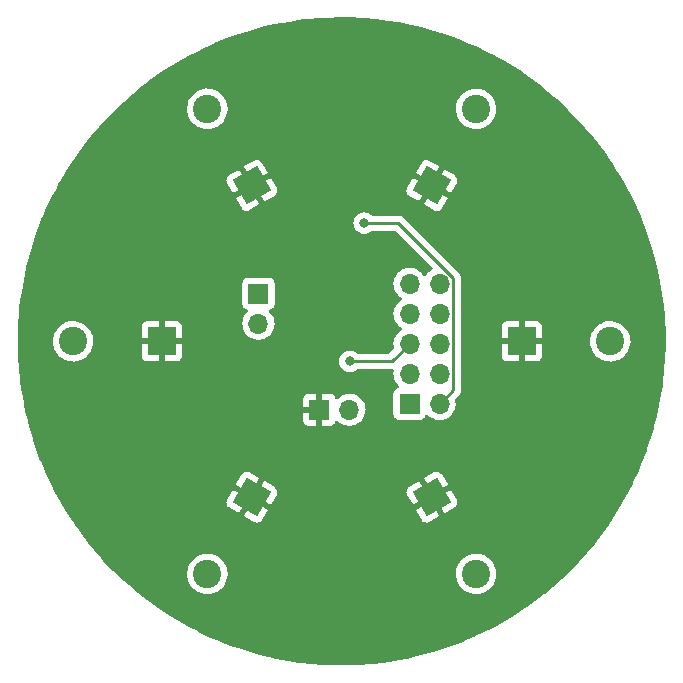
<source format=gbr>
%TF.GenerationSoftware,KiCad,Pcbnew,(6.0.1)*%
%TF.CreationDate,2022-01-26T23:07:26+10:00*%
%TF.ProjectId,blinker,626c696e-6b65-4722-9e6b-696361645f70,rev?*%
%TF.SameCoordinates,Original*%
%TF.FileFunction,Copper,L2,Bot*%
%TF.FilePolarity,Positive*%
%FSLAX46Y46*%
G04 Gerber Fmt 4.6, Leading zero omitted, Abs format (unit mm)*
G04 Created by KiCad (PCBNEW (6.0.1)) date 2022-01-26 23:07:26*
%MOMM*%
%LPD*%
G01*
G04 APERTURE LIST*
G04 Aperture macros list*
%AMRotRect*
0 Rectangle, with rotation*
0 The origin of the aperture is its center*
0 $1 length*
0 $2 width*
0 $3 Rotation angle, in degrees counterclockwise*
0 Add horizontal line*
21,1,$1,$2,0,0,$3*%
G04 Aperture macros list end*
%TA.AperFunction,ComponentPad*%
%ADD10RotRect,2.400000X2.400000X240.000000*%
%TD*%
%TA.AperFunction,ComponentPad*%
%ADD11C,2.400000*%
%TD*%
%TA.AperFunction,ComponentPad*%
%ADD12R,2.400000X2.400000*%
%TD*%
%TA.AperFunction,ComponentPad*%
%ADD13RotRect,2.400000X2.400000X60.000000*%
%TD*%
%TA.AperFunction,ComponentPad*%
%ADD14RotRect,2.400000X2.400000X300.000000*%
%TD*%
%TA.AperFunction,ComponentPad*%
%ADD15R,1.700000X1.700000*%
%TD*%
%TA.AperFunction,ComponentPad*%
%ADD16O,1.700000X1.700000*%
%TD*%
%TA.AperFunction,ComponentPad*%
%ADD17RotRect,2.400000X2.400000X120.000000*%
%TD*%
%TA.AperFunction,ViaPad*%
%ADD18C,0.800000*%
%TD*%
%TA.AperFunction,Conductor*%
%ADD19C,0.250000*%
%TD*%
G04 APERTURE END LIST*
D10*
%TO.P,C3,1*%
%TO.N,2.7VCC*%
X157480000Y-114798227D03*
D11*
%TO.P,C3,2*%
%TO.N,GND*%
X153730000Y-121293418D03*
%TD*%
%TO.P,C1,2*%
%TO.N,GND*%
X187840000Y-101600000D03*
D12*
%TO.P,C1,1*%
%TO.N,2.7VCC*%
X180340000Y-101600000D03*
%TD*%
D13*
%TO.P,C6,1*%
%TO.N,2.7VCC*%
X172720000Y-88401773D03*
D11*
%TO.P,C6,2*%
%TO.N,GND*%
X176470000Y-81906582D03*
%TD*%
D14*
%TO.P,C2,1*%
%TO.N,2.7VCC*%
X172720000Y-114798227D03*
D11*
%TO.P,C2,2*%
%TO.N,GND*%
X176470000Y-121293418D03*
%TD*%
D15*
%TO.P,J1,1,Pin_1*%
%TO.N,TPIDATA*%
X170840000Y-106900000D03*
D16*
%TO.P,J1,2,Pin_2*%
%TO.N,5VCC*%
X173380000Y-106900000D03*
%TO.P,J1,3,Pin_3*%
%TO.N,GND*%
X170840000Y-104360000D03*
%TO.P,J1,4,Pin_4*%
%TO.N,unconnected-(J1-Pad4)*%
X173380000Y-104360000D03*
%TO.P,J1,5,Pin_5*%
%TO.N,RESET*%
X170840000Y-101820000D03*
%TO.P,J1,6,Pin_6*%
%TO.N,unconnected-(J1-Pad6)*%
X173380000Y-101820000D03*
%TO.P,J1,7,Pin_7*%
%TO.N,TPICLK*%
X170840000Y-99280000D03*
%TO.P,J1,8,Pin_8*%
%TO.N,GND*%
X173380000Y-99280000D03*
%TO.P,J1,9,Pin_9*%
%TO.N,unconnected-(J1-Pad9)*%
X170840000Y-96740000D03*
%TO.P,J1,10,Pin_10*%
%TO.N,GND*%
X173380000Y-96740000D03*
%TD*%
D15*
%TO.P,JP1,1,A*%
%TO.N,2.7VCC*%
X163210000Y-107390000D03*
D16*
%TO.P,JP1,2,B*%
%TO.N,5VCC*%
X165750000Y-107390000D03*
%TD*%
D17*
%TO.P,C5,1*%
%TO.N,2.7VCC*%
X157480000Y-88401773D03*
D11*
%TO.P,C5,2*%
%TO.N,GND*%
X153730000Y-81906582D03*
%TD*%
D15*
%TO.P,SC1,1,+*%
%TO.N,/SLR_IN*%
X158050000Y-97560000D03*
D16*
%TO.P,SC1,2,-*%
%TO.N,GND*%
X158050000Y-100100000D03*
%TD*%
D12*
%TO.P,C4,1*%
%TO.N,2.7VCC*%
X149860000Y-101600000D03*
D11*
%TO.P,C4,2*%
%TO.N,GND*%
X142360000Y-101600000D03*
%TD*%
D18*
%TO.N,RESET*%
X165800000Y-103300000D03*
%TO.N,5VCC*%
X167000000Y-91590000D03*
%TD*%
D19*
%TO.N,RESET*%
X169360000Y-103300000D02*
X170840000Y-101820000D01*
X165800000Y-103300000D02*
X169360000Y-103300000D01*
%TO.N,5VCC*%
X174554511Y-96253501D02*
X174554511Y-105725489D01*
X167000000Y-91590000D02*
X169891010Y-91590000D01*
X169891010Y-91590000D02*
X174554511Y-96253501D01*
X174554511Y-105725489D02*
X173380000Y-106900000D01*
%TD*%
%TA.AperFunction,Conductor*%
%TO.N,2.7VCC*%
G36*
X165495099Y-74175428D02*
G01*
X165959349Y-74181506D01*
X165963965Y-74181651D01*
X166676771Y-74217136D01*
X166963492Y-74231410D01*
X166968088Y-74231724D01*
X167965148Y-74318078D01*
X167969707Y-74318557D01*
X168598635Y-74396337D01*
X168962897Y-74441386D01*
X168967468Y-74442036D01*
X169955515Y-74601180D01*
X169960060Y-74601998D01*
X170941591Y-74797237D01*
X170946103Y-74798221D01*
X171919802Y-75029291D01*
X171924275Y-75030439D01*
X172888905Y-75297048D01*
X172893308Y-75298352D01*
X173847498Y-75600123D01*
X173851868Y-75601594D01*
X174740130Y-75918763D01*
X174794338Y-75938119D01*
X174798650Y-75939748D01*
X175054561Y-76041846D01*
X175728195Y-76310599D01*
X175732451Y-76312389D01*
X176647751Y-76717039D01*
X176651901Y-76718965D01*
X177229166Y-76999892D01*
X177551787Y-77156897D01*
X177555901Y-77158993D01*
X177801140Y-77289663D01*
X178439118Y-77629596D01*
X178443128Y-77631828D01*
X178765014Y-77818794D01*
X179308529Y-78134493D01*
X179312466Y-78136878D01*
X179740884Y-78407189D01*
X180158849Y-78670905D01*
X180162709Y-78673441D01*
X180988936Y-79238112D01*
X180992700Y-79240787D01*
X181797678Y-79835353D01*
X181801342Y-79838164D01*
X182018757Y-80011414D01*
X182516573Y-80408104D01*
X182584002Y-80461836D01*
X182587551Y-80464771D01*
X183078903Y-80886655D01*
X183346846Y-81116716D01*
X183350294Y-81119788D01*
X184085187Y-81799116D01*
X184088520Y-81802313D01*
X184286245Y-81999005D01*
X184798012Y-82508099D01*
X184801194Y-82511383D01*
X185282730Y-83026864D01*
X185484375Y-83242724D01*
X185487464Y-83246155D01*
X185731794Y-83527720D01*
X186143355Y-84002003D01*
X186146305Y-84005531D01*
X186774105Y-84784962D01*
X186776905Y-84788572D01*
X187375707Y-85590465D01*
X187378367Y-85594166D01*
X187849979Y-86276532D01*
X187947386Y-86417469D01*
X187949940Y-86421313D01*
X188356758Y-87058660D01*
X188488385Y-87264876D01*
X188490793Y-87268806D01*
X188985268Y-88109935D01*
X188997965Y-88131534D01*
X189000227Y-88135548D01*
X189369809Y-88820502D01*
X189475454Y-89016297D01*
X189477567Y-89020391D01*
X189837156Y-89749564D01*
X189920195Y-89917951D01*
X189922161Y-89922129D01*
X190331597Y-90835299D01*
X190333409Y-90839547D01*
X190489424Y-91224729D01*
X190640034Y-91596565D01*
X190709110Y-91767106D01*
X190710757Y-91771397D01*
X191035477Y-92665981D01*
X191052225Y-92712122D01*
X191053721Y-92716491D01*
X191360484Y-93669094D01*
X191361818Y-93673514D01*
X191633461Y-94636687D01*
X191634633Y-94641154D01*
X191870800Y-95613636D01*
X191871808Y-95618143D01*
X192072189Y-96598664D01*
X192073030Y-96603204D01*
X192237338Y-97590363D01*
X192238013Y-97594932D01*
X192366044Y-98587498D01*
X192366550Y-98592088D01*
X192370290Y-98632792D01*
X192446355Y-99460590D01*
X192458118Y-99588608D01*
X192458456Y-99593194D01*
X192480687Y-99997169D01*
X192513449Y-100592490D01*
X192513618Y-100597105D01*
X192531970Y-101598361D01*
X192531987Y-101601660D01*
X192528629Y-102029230D01*
X192528560Y-102032528D01*
X192494483Y-103033382D01*
X192494241Y-103037993D01*
X192423563Y-104036230D01*
X192423153Y-104040830D01*
X192317661Y-105019857D01*
X192315937Y-105035853D01*
X192315361Y-105040409D01*
X192266644Y-105376408D01*
X192171758Y-106030824D01*
X192171012Y-106035381D01*
X191991213Y-107019869D01*
X191990300Y-107024396D01*
X191788700Y-107937529D01*
X191774550Y-108001619D01*
X191773476Y-108006091D01*
X191580112Y-108751097D01*
X191522056Y-108974776D01*
X191520820Y-108979203D01*
X191439365Y-109251569D01*
X191234071Y-109938025D01*
X191232668Y-109942421D01*
X190955421Y-110759165D01*
X190910986Y-110890065D01*
X190909426Y-110894399D01*
X190553231Y-111829630D01*
X190551509Y-111833915D01*
X190161274Y-112755486D01*
X190159395Y-112759705D01*
X189795054Y-113539260D01*
X189735671Y-113666317D01*
X189733658Y-113670428D01*
X189335952Y-114445944D01*
X189276973Y-114560952D01*
X189274791Y-114565021D01*
X188785793Y-115438191D01*
X188783463Y-115442178D01*
X188262798Y-116296841D01*
X188260323Y-116300740D01*
X187708713Y-117135714D01*
X187706099Y-117139519D01*
X187204141Y-117841941D01*
X187124220Y-117953779D01*
X187121466Y-117957486D01*
X186510182Y-118749823D01*
X186507295Y-118753427D01*
X185867373Y-119522848D01*
X185864356Y-119526344D01*
X185196654Y-120271819D01*
X185193510Y-120275202D01*
X184498933Y-120995714D01*
X184495714Y-120998933D01*
X183876906Y-121595467D01*
X183775202Y-121693510D01*
X183771819Y-121696654D01*
X183026344Y-122364356D01*
X183022848Y-122367373D01*
X182747696Y-122596215D01*
X182268421Y-122994825D01*
X182253427Y-123007295D01*
X182249826Y-123010180D01*
X181457472Y-123621477D01*
X181453793Y-123624210D01*
X180753819Y-124124419D01*
X180639520Y-124206098D01*
X180635714Y-124208713D01*
X179800740Y-124760323D01*
X179796841Y-124762798D01*
X178942178Y-125283463D01*
X178938191Y-125285793D01*
X178065021Y-125774791D01*
X178060955Y-125776972D01*
X177170428Y-126233658D01*
X177166331Y-126235664D01*
X176587004Y-126506425D01*
X176259705Y-126659395D01*
X176255486Y-126661274D01*
X175457152Y-126999325D01*
X175333915Y-127051509D01*
X175329637Y-127053228D01*
X174394399Y-127409426D01*
X174390077Y-127410982D01*
X173853616Y-127593086D01*
X173442424Y-127732667D01*
X173438028Y-127734070D01*
X172479203Y-128020820D01*
X172474798Y-128022050D01*
X171506091Y-128273476D01*
X171501638Y-128274545D01*
X170654721Y-128461527D01*
X170524396Y-128490300D01*
X170519869Y-128491213D01*
X169535381Y-128671012D01*
X169530824Y-128671758D01*
X169126398Y-128730397D01*
X168540409Y-128815361D01*
X168535878Y-128815934D01*
X167729514Y-128902822D01*
X167540830Y-128923153D01*
X167536230Y-128923563D01*
X166537993Y-128994241D01*
X166533382Y-128994483D01*
X165625818Y-129025384D01*
X165533203Y-129028537D01*
X165528587Y-129028610D01*
X165192546Y-129027730D01*
X164527810Y-129025990D01*
X164523193Y-129025893D01*
X163523206Y-128986603D01*
X163518596Y-128986337D01*
X162520711Y-128910430D01*
X162516114Y-128909995D01*
X161679004Y-128815358D01*
X161521719Y-128797577D01*
X161517147Y-128796976D01*
X160527469Y-128648184D01*
X160522949Y-128647420D01*
X159539394Y-128462464D01*
X159534872Y-128461527D01*
X158909521Y-128320025D01*
X158558804Y-128240666D01*
X158554336Y-128239569D01*
X157586945Y-127983070D01*
X157582547Y-127981816D01*
X156625244Y-127690052D01*
X156620880Y-127688634D01*
X155674888Y-127361979D01*
X155670573Y-127360401D01*
X154737212Y-126999310D01*
X154732973Y-126997580D01*
X153813447Y-126602521D01*
X153809238Y-126600620D01*
X152904858Y-126172155D01*
X152900722Y-126170102D01*
X152012637Y-125708779D01*
X152008579Y-125706576D01*
X151720903Y-125543485D01*
X151137968Y-125213004D01*
X151134019Y-125210669D01*
X150282080Y-124685527D01*
X150278203Y-124683038D01*
X149568326Y-124208713D01*
X149446111Y-124127052D01*
X149442322Y-124124419D01*
X148631130Y-123538293D01*
X148627447Y-123535527D01*
X147838266Y-122920059D01*
X147834762Y-122917221D01*
X147068640Y-122273228D01*
X147065167Y-122270198D01*
X146628435Y-121874888D01*
X146323213Y-121598614D01*
X146319876Y-121595481D01*
X145963761Y-121248569D01*
X152017296Y-121248569D01*
X152029480Y-121502216D01*
X152079021Y-121751275D01*
X152080600Y-121755673D01*
X152080602Y-121755680D01*
X152125022Y-121879398D01*
X152164831Y-121990276D01*
X152285025Y-122213969D01*
X152287820Y-122217712D01*
X152287822Y-122217715D01*
X152434171Y-122413700D01*
X152434176Y-122413706D01*
X152436963Y-122417438D01*
X152440272Y-122420718D01*
X152440277Y-122420724D01*
X152538859Y-122518449D01*
X152617307Y-122596215D01*
X152621069Y-122598973D01*
X152621072Y-122598976D01*
X152726764Y-122676472D01*
X152822094Y-122746371D01*
X152826229Y-122748547D01*
X152826233Y-122748549D01*
X152944289Y-122810661D01*
X153046827Y-122864609D01*
X153286568Y-122948330D01*
X153536050Y-122995696D01*
X153656532Y-123000429D01*
X153785125Y-123005482D01*
X153785130Y-123005482D01*
X153789793Y-123005665D01*
X153888774Y-122994825D01*
X154037569Y-122978530D01*
X154037575Y-122978529D01*
X154042222Y-122978020D01*
X154151680Y-122949202D01*
X154283273Y-122914556D01*
X154287793Y-122913366D01*
X154406353Y-122862429D01*
X154516807Y-122814975D01*
X154516810Y-122814973D01*
X154521110Y-122813126D01*
X154525090Y-122810663D01*
X154525094Y-122810661D01*
X154733064Y-122681965D01*
X154733066Y-122681963D01*
X154737047Y-122679500D01*
X154835428Y-122596215D01*
X154927289Y-122518449D01*
X154927291Y-122518447D01*
X154930862Y-122515424D01*
X155098295Y-122324502D01*
X155133225Y-122270198D01*
X155233141Y-122114860D01*
X155235669Y-122110930D01*
X155339967Y-121879398D01*
X155408896Y-121634993D01*
X155440943Y-121383085D01*
X155443291Y-121293418D01*
X155439958Y-121248569D01*
X174757296Y-121248569D01*
X174769480Y-121502216D01*
X174819021Y-121751275D01*
X174820600Y-121755673D01*
X174820602Y-121755680D01*
X174865022Y-121879398D01*
X174904831Y-121990276D01*
X175025025Y-122213969D01*
X175027820Y-122217712D01*
X175027822Y-122217715D01*
X175174171Y-122413700D01*
X175174176Y-122413706D01*
X175176963Y-122417438D01*
X175180272Y-122420718D01*
X175180277Y-122420724D01*
X175278859Y-122518449D01*
X175357307Y-122596215D01*
X175361069Y-122598973D01*
X175361072Y-122598976D01*
X175466764Y-122676472D01*
X175562094Y-122746371D01*
X175566229Y-122748547D01*
X175566233Y-122748549D01*
X175684289Y-122810661D01*
X175786827Y-122864609D01*
X176026568Y-122948330D01*
X176276050Y-122995696D01*
X176396532Y-123000429D01*
X176525125Y-123005482D01*
X176525130Y-123005482D01*
X176529793Y-123005665D01*
X176628774Y-122994825D01*
X176777569Y-122978530D01*
X176777575Y-122978529D01*
X176782222Y-122978020D01*
X176891680Y-122949202D01*
X177023273Y-122914556D01*
X177027793Y-122913366D01*
X177146353Y-122862429D01*
X177256807Y-122814975D01*
X177256810Y-122814973D01*
X177261110Y-122813126D01*
X177265090Y-122810663D01*
X177265094Y-122810661D01*
X177473064Y-122681965D01*
X177473066Y-122681963D01*
X177477047Y-122679500D01*
X177575428Y-122596215D01*
X177667289Y-122518449D01*
X177667291Y-122518447D01*
X177670862Y-122515424D01*
X177838295Y-122324502D01*
X177873225Y-122270198D01*
X177973141Y-122114860D01*
X177975669Y-122110930D01*
X178079967Y-121879398D01*
X178148896Y-121634993D01*
X178180943Y-121383085D01*
X178183291Y-121293418D01*
X178164472Y-121040177D01*
X178131363Y-120893855D01*
X178109459Y-120797057D01*
X178108428Y-120792500D01*
X178016391Y-120555827D01*
X177995866Y-120519916D01*
X177892702Y-120339415D01*
X177892700Y-120339413D01*
X177890383Y-120335358D01*
X177733171Y-120135935D01*
X177548209Y-119961941D01*
X177504483Y-119931607D01*
X177343393Y-119819855D01*
X177343390Y-119819853D01*
X177339561Y-119817197D01*
X177335384Y-119815137D01*
X177335377Y-119815133D01*
X177115996Y-119706946D01*
X177115992Y-119706945D01*
X177111810Y-119704882D01*
X176869960Y-119627465D01*
X176865355Y-119626715D01*
X176623935Y-119587398D01*
X176623934Y-119587398D01*
X176619323Y-119586647D01*
X176492365Y-119584985D01*
X176370083Y-119583384D01*
X176370080Y-119583384D01*
X176365406Y-119583323D01*
X176113787Y-119617567D01*
X175869993Y-119688626D01*
X175639380Y-119794940D01*
X175635471Y-119797503D01*
X175430928Y-119931607D01*
X175430923Y-119931611D01*
X175427015Y-119934173D01*
X175237562Y-120103266D01*
X175075183Y-120298505D01*
X174943447Y-120515600D01*
X174845246Y-120749783D01*
X174782738Y-120995908D01*
X174757296Y-121248569D01*
X155439958Y-121248569D01*
X155424472Y-121040177D01*
X155391363Y-120893855D01*
X155369459Y-120797057D01*
X155368428Y-120792500D01*
X155276391Y-120555827D01*
X155255866Y-120519916D01*
X155152702Y-120339415D01*
X155152700Y-120339413D01*
X155150383Y-120335358D01*
X154993171Y-120135935D01*
X154808209Y-119961941D01*
X154764483Y-119931607D01*
X154603393Y-119819855D01*
X154603390Y-119819853D01*
X154599561Y-119817197D01*
X154595384Y-119815137D01*
X154595377Y-119815133D01*
X154375996Y-119706946D01*
X154375992Y-119706945D01*
X154371810Y-119704882D01*
X154129960Y-119627465D01*
X154125355Y-119626715D01*
X153883935Y-119587398D01*
X153883934Y-119587398D01*
X153879323Y-119586647D01*
X153752365Y-119584985D01*
X153630083Y-119583384D01*
X153630080Y-119583384D01*
X153625406Y-119583323D01*
X153373787Y-119617567D01*
X153129993Y-119688626D01*
X152899380Y-119794940D01*
X152895471Y-119797503D01*
X152690928Y-119931607D01*
X152690923Y-119931611D01*
X152687015Y-119934173D01*
X152497562Y-120103266D01*
X152335183Y-120298505D01*
X152203447Y-120515600D01*
X152105246Y-120749783D01*
X152042738Y-120995908D01*
X152017296Y-121248569D01*
X145963761Y-121248569D01*
X145754616Y-121044829D01*
X145603006Y-120897137D01*
X145599758Y-120893855D01*
X145070848Y-120339415D01*
X144908964Y-120169717D01*
X144905847Y-120166327D01*
X144598776Y-119819855D01*
X144242080Y-119417392D01*
X144239081Y-119413881D01*
X144101992Y-119247283D01*
X143603177Y-118641095D01*
X143600315Y-118637484D01*
X143453062Y-118444536D01*
X142993164Y-117841926D01*
X142990441Y-117838219D01*
X142817099Y-117592944D01*
X142496651Y-117139520D01*
X142412854Y-117020949D01*
X142410259Y-117017130D01*
X142009894Y-116404144D01*
X156851283Y-116404144D01*
X156851886Y-116405884D01*
X156857702Y-116411171D01*
X157703919Y-116899734D01*
X157710002Y-116902821D01*
X157756815Y-116923468D01*
X157771843Y-116927956D01*
X157898729Y-116949075D01*
X157916501Y-116949478D01*
X158043154Y-116934264D01*
X158060316Y-116929665D01*
X158177602Y-116879517D01*
X158192795Y-116870279D01*
X158292119Y-116788550D01*
X158302893Y-116777146D01*
X158333106Y-116735865D01*
X158336837Y-116730141D01*
X158823113Y-115887886D01*
X158825890Y-115876441D01*
X171372209Y-115876441D01*
X171374602Y-115883929D01*
X171863174Y-116730159D01*
X171866878Y-116735842D01*
X171897111Y-116777152D01*
X171907877Y-116788546D01*
X172007205Y-116870279D01*
X172022398Y-116879517D01*
X172139684Y-116929665D01*
X172156846Y-116934264D01*
X172283499Y-116949478D01*
X172301271Y-116949075D01*
X172428162Y-116927955D01*
X172443178Y-116923471D01*
X172490003Y-116902819D01*
X172496079Y-116899736D01*
X173338342Y-116413456D01*
X173349302Y-116401961D01*
X173349650Y-116400154D01*
X173347257Y-116392666D01*
X172636088Y-115160885D01*
X172624593Y-115149925D01*
X172622786Y-115149577D01*
X172615298Y-115151970D01*
X171383517Y-115863139D01*
X171372557Y-115874634D01*
X171372209Y-115876441D01*
X158825890Y-115876441D01*
X158826858Y-115872451D01*
X158826255Y-115870711D01*
X158820439Y-115865424D01*
X157588659Y-115154255D01*
X157573224Y-115150510D01*
X157571484Y-115151113D01*
X157566198Y-115156927D01*
X156855028Y-116388709D01*
X156851283Y-116404144D01*
X142009894Y-116404144D01*
X141863014Y-116179260D01*
X141860560Y-116175348D01*
X141842902Y-116146018D01*
X141344378Y-115317971D01*
X141342075Y-115313983D01*
X141298234Y-115234728D01*
X155328749Y-115234728D01*
X155343963Y-115361381D01*
X155348562Y-115378543D01*
X155398710Y-115495829D01*
X155407948Y-115511022D01*
X155489677Y-115610346D01*
X155501081Y-115621120D01*
X155542362Y-115651333D01*
X155548086Y-115655064D01*
X156390341Y-116141340D01*
X156405776Y-116145085D01*
X156407516Y-116144482D01*
X156412803Y-116138666D01*
X157123972Y-114906886D01*
X157127717Y-114891451D01*
X157127114Y-114889711D01*
X157121298Y-114884424D01*
X156810532Y-114705003D01*
X157832283Y-114705003D01*
X157832886Y-114706743D01*
X157838702Y-114712030D01*
X159070482Y-115423199D01*
X159085917Y-115426944D01*
X159087657Y-115426341D01*
X159092944Y-115420525D01*
X159581507Y-114574308D01*
X159584594Y-114568225D01*
X159605241Y-114521412D01*
X159609729Y-114506384D01*
X159630848Y-114379498D01*
X159631251Y-114361726D01*
X170568749Y-114361726D01*
X170569152Y-114379498D01*
X170590272Y-114506389D01*
X170594756Y-114521405D01*
X170615408Y-114568230D01*
X170618491Y-114574306D01*
X171104771Y-115416569D01*
X171116266Y-115427529D01*
X171118073Y-115427877D01*
X171125561Y-115425484D01*
X172043623Y-114895441D01*
X173071350Y-114895441D01*
X173073743Y-114902929D01*
X173784912Y-116134710D01*
X173796407Y-116145670D01*
X173798214Y-116146018D01*
X173805702Y-116143625D01*
X174651932Y-115655053D01*
X174657615Y-115651349D01*
X174698925Y-115621116D01*
X174710319Y-115610350D01*
X174792052Y-115511022D01*
X174801290Y-115495829D01*
X174851438Y-115378543D01*
X174856037Y-115361381D01*
X174871251Y-115234728D01*
X174870848Y-115216956D01*
X174849728Y-115090065D01*
X174845244Y-115075049D01*
X174824592Y-115028224D01*
X174821509Y-115022148D01*
X174335229Y-114179885D01*
X174323734Y-114168925D01*
X174321927Y-114168577D01*
X174314439Y-114170970D01*
X173082658Y-114882139D01*
X173071698Y-114893634D01*
X173071350Y-114895441D01*
X172043623Y-114895441D01*
X172357342Y-114714315D01*
X172368302Y-114702820D01*
X172368650Y-114701013D01*
X172366257Y-114693525D01*
X171655088Y-113461744D01*
X171643593Y-113450784D01*
X171641786Y-113450436D01*
X171634298Y-113452829D01*
X170788068Y-113941401D01*
X170782385Y-113945105D01*
X170741075Y-113975338D01*
X170729681Y-113986104D01*
X170647948Y-114085432D01*
X170638710Y-114100625D01*
X170588562Y-114217911D01*
X170583963Y-114235073D01*
X170568749Y-114361726D01*
X159631251Y-114361726D01*
X159616037Y-114235073D01*
X159611438Y-114217911D01*
X159561290Y-114100625D01*
X159552052Y-114085432D01*
X159470323Y-113986108D01*
X159458919Y-113975334D01*
X159417638Y-113945121D01*
X159411914Y-113941390D01*
X158569659Y-113455114D01*
X158554224Y-113451369D01*
X158552484Y-113451972D01*
X158547198Y-113457786D01*
X157836028Y-114689568D01*
X157832283Y-114705003D01*
X156810532Y-114705003D01*
X155889518Y-114173255D01*
X155874083Y-114169510D01*
X155872343Y-114170113D01*
X155867057Y-114175927D01*
X155378493Y-115022146D01*
X155375406Y-115028229D01*
X155354759Y-115075042D01*
X155350271Y-115090070D01*
X155329152Y-115216956D01*
X155328749Y-115234728D01*
X141298234Y-115234728D01*
X141255197Y-115156927D01*
X140857657Y-114438269D01*
X140855500Y-114434195D01*
X140495978Y-113724003D01*
X156133142Y-113724003D01*
X156133745Y-113725743D01*
X156139561Y-113731030D01*
X157371341Y-114442199D01*
X157386776Y-114445944D01*
X157388516Y-114445341D01*
X157393803Y-114439525D01*
X158104972Y-113207745D01*
X158107749Y-113196300D01*
X172090350Y-113196300D01*
X172092743Y-113203788D01*
X172803912Y-114435569D01*
X172815407Y-114446529D01*
X172817214Y-114446877D01*
X172824702Y-114444484D01*
X174056483Y-113733315D01*
X174067443Y-113721820D01*
X174067791Y-113720013D01*
X174065398Y-113712525D01*
X173576826Y-112866295D01*
X173573122Y-112860612D01*
X173542889Y-112819302D01*
X173532123Y-112807908D01*
X173432795Y-112726175D01*
X173417602Y-112716937D01*
X173300316Y-112666789D01*
X173283154Y-112662190D01*
X173156501Y-112646976D01*
X173138729Y-112647379D01*
X173011838Y-112668499D01*
X172996822Y-112672983D01*
X172949997Y-112693635D01*
X172943921Y-112696718D01*
X172101658Y-113182998D01*
X172090698Y-113194493D01*
X172090350Y-113196300D01*
X158107749Y-113196300D01*
X158108717Y-113192310D01*
X158108114Y-113190570D01*
X158102298Y-113185283D01*
X157256081Y-112696720D01*
X157249998Y-112693633D01*
X157203185Y-112672986D01*
X157188157Y-112668498D01*
X157061271Y-112647379D01*
X157043499Y-112646976D01*
X156916846Y-112662190D01*
X156899684Y-112666789D01*
X156782398Y-112716937D01*
X156767205Y-112726175D01*
X156667881Y-112807904D01*
X156657107Y-112819308D01*
X156626894Y-112860589D01*
X156623163Y-112866313D01*
X156136887Y-113708568D01*
X156133142Y-113724003D01*
X140495978Y-113724003D01*
X140403498Y-113541319D01*
X140401488Y-113537161D01*
X140014039Y-112696718D01*
X139982507Y-112628320D01*
X139980655Y-112624101D01*
X139595259Y-111700522D01*
X139593559Y-111696228D01*
X139421818Y-111238102D01*
X139242268Y-110759147D01*
X139240732Y-110754812D01*
X138969699Y-109942424D01*
X138924004Y-109805461D01*
X138922628Y-109801069D01*
X138640908Y-108840770D01*
X138639690Y-108836316D01*
X138499590Y-108284669D01*
X161852001Y-108284669D01*
X161852371Y-108291490D01*
X161857895Y-108342352D01*
X161861521Y-108357604D01*
X161906676Y-108478054D01*
X161915214Y-108493649D01*
X161991715Y-108595724D01*
X162004276Y-108608285D01*
X162106351Y-108684786D01*
X162121946Y-108693324D01*
X162242394Y-108738478D01*
X162257649Y-108742105D01*
X162308514Y-108747631D01*
X162315328Y-108748000D01*
X162937885Y-108748000D01*
X162953124Y-108743525D01*
X162954329Y-108742135D01*
X162956000Y-108734452D01*
X162956000Y-108729884D01*
X163464000Y-108729884D01*
X163468475Y-108745123D01*
X163469865Y-108746328D01*
X163477548Y-108747999D01*
X164104669Y-108747999D01*
X164111490Y-108747629D01*
X164162352Y-108742105D01*
X164177604Y-108738479D01*
X164298054Y-108693324D01*
X164313649Y-108684786D01*
X164415724Y-108608285D01*
X164428285Y-108595724D01*
X164504786Y-108493649D01*
X164513324Y-108478054D01*
X164554225Y-108368952D01*
X164596867Y-108312188D01*
X164663428Y-108287488D01*
X164732777Y-108302696D01*
X164767444Y-108330684D01*
X164792865Y-108360031D01*
X164792869Y-108360035D01*
X164796250Y-108363938D01*
X164968126Y-108506632D01*
X165161000Y-108619338D01*
X165369692Y-108699030D01*
X165374760Y-108700061D01*
X165374763Y-108700062D01*
X165482017Y-108721883D01*
X165588597Y-108743567D01*
X165593772Y-108743757D01*
X165593774Y-108743757D01*
X165806673Y-108751564D01*
X165806677Y-108751564D01*
X165811837Y-108751753D01*
X165816957Y-108751097D01*
X165816959Y-108751097D01*
X166028288Y-108724025D01*
X166028289Y-108724025D01*
X166033416Y-108723368D01*
X166038366Y-108721883D01*
X166242429Y-108660661D01*
X166242434Y-108660659D01*
X166247384Y-108659174D01*
X166447994Y-108560896D01*
X166629860Y-108431173D01*
X166788096Y-108273489D01*
X166918453Y-108092077D01*
X166928922Y-108070896D01*
X167015136Y-107896453D01*
X167015137Y-107896451D01*
X167017430Y-107891811D01*
X167082370Y-107678069D01*
X167111529Y-107456590D01*
X167112754Y-107406453D01*
X167113074Y-107393365D01*
X167113074Y-107393361D01*
X167113156Y-107390000D01*
X167094852Y-107167361D01*
X167040431Y-106950702D01*
X166951354Y-106745840D01*
X166903806Y-106672342D01*
X166832822Y-106562617D01*
X166832820Y-106562614D01*
X166830014Y-106558277D01*
X166679670Y-106393051D01*
X166675619Y-106389852D01*
X166675615Y-106389848D01*
X166508414Y-106257800D01*
X166508410Y-106257798D01*
X166504359Y-106254598D01*
X166308789Y-106146638D01*
X166303920Y-106144914D01*
X166303916Y-106144912D01*
X166103087Y-106073795D01*
X166103083Y-106073794D01*
X166098212Y-106072069D01*
X166093119Y-106071162D01*
X166093116Y-106071161D01*
X165883373Y-106033800D01*
X165883367Y-106033799D01*
X165878284Y-106032894D01*
X165804452Y-106031992D01*
X165660081Y-106030228D01*
X165660079Y-106030228D01*
X165654911Y-106030165D01*
X165434091Y-106063955D01*
X165221756Y-106133357D01*
X165193510Y-106148061D01*
X165049750Y-106222898D01*
X165023607Y-106236507D01*
X165019474Y-106239610D01*
X165019471Y-106239612D01*
X164936450Y-106301946D01*
X164844965Y-106370635D01*
X164841393Y-106374373D01*
X164763898Y-106455466D01*
X164702374Y-106490895D01*
X164631462Y-106487438D01*
X164573676Y-106446192D01*
X164554823Y-106412644D01*
X164513324Y-106301946D01*
X164504786Y-106286351D01*
X164428285Y-106184276D01*
X164415724Y-106171715D01*
X164313649Y-106095214D01*
X164298054Y-106086676D01*
X164177606Y-106041522D01*
X164162351Y-106037895D01*
X164111486Y-106032369D01*
X164104672Y-106032000D01*
X163482115Y-106032000D01*
X163466876Y-106036475D01*
X163465671Y-106037865D01*
X163464000Y-106045548D01*
X163464000Y-108729884D01*
X162956000Y-108729884D01*
X162956000Y-107662115D01*
X162951525Y-107646876D01*
X162950135Y-107645671D01*
X162942452Y-107644000D01*
X161870116Y-107644000D01*
X161854877Y-107648475D01*
X161853672Y-107649865D01*
X161852001Y-107657548D01*
X161852001Y-108284669D01*
X138499590Y-108284669D01*
X138393356Y-107866372D01*
X138392301Y-107861877D01*
X138305045Y-107456590D01*
X138232123Y-107117885D01*
X161852000Y-107117885D01*
X161856475Y-107133124D01*
X161857865Y-107134329D01*
X161865548Y-107136000D01*
X162937885Y-107136000D01*
X162953124Y-107131525D01*
X162954329Y-107130135D01*
X162956000Y-107122452D01*
X162956000Y-106050116D01*
X162951525Y-106034877D01*
X162950135Y-106033672D01*
X162942452Y-106032001D01*
X162315331Y-106032001D01*
X162308510Y-106032371D01*
X162257648Y-106037895D01*
X162242396Y-106041521D01*
X162121946Y-106086676D01*
X162106351Y-106095214D01*
X162004276Y-106171715D01*
X161991715Y-106184276D01*
X161915214Y-106286351D01*
X161906676Y-106301946D01*
X161861522Y-106422394D01*
X161857895Y-106437649D01*
X161852369Y-106488514D01*
X161852000Y-106495328D01*
X161852000Y-107117885D01*
X138232123Y-107117885D01*
X138181660Y-106883493D01*
X138180777Y-106878991D01*
X138156409Y-106741492D01*
X138006133Y-105893570D01*
X138005412Y-105889012D01*
X137985377Y-105745546D01*
X137866999Y-104897869D01*
X137866446Y-104893303D01*
X137863220Y-104861811D01*
X137764442Y-103897734D01*
X137764056Y-103893134D01*
X137698605Y-102894541D01*
X137698387Y-102889928D01*
X137674103Y-102046920D01*
X137669570Y-101889549D01*
X137669522Y-101884943D01*
X137669743Y-101856876D01*
X137672113Y-101555151D01*
X140647296Y-101555151D01*
X140647520Y-101559817D01*
X140647520Y-101559822D01*
X140649450Y-101600000D01*
X140659480Y-101808798D01*
X140675545Y-101889561D01*
X140703983Y-102032528D01*
X140709021Y-102057857D01*
X140710600Y-102062255D01*
X140710602Y-102062262D01*
X140770295Y-102228520D01*
X140794831Y-102296858D01*
X140915025Y-102520551D01*
X140917820Y-102524294D01*
X140917822Y-102524297D01*
X141064171Y-102720282D01*
X141064176Y-102720288D01*
X141066963Y-102724020D01*
X141070272Y-102727300D01*
X141070277Y-102727306D01*
X141243990Y-102899509D01*
X141247307Y-102902797D01*
X141251069Y-102905555D01*
X141251072Y-102905558D01*
X141428537Y-103035680D01*
X141452094Y-103052953D01*
X141456229Y-103055129D01*
X141456233Y-103055131D01*
X141560659Y-103110072D01*
X141676827Y-103171191D01*
X141771116Y-103204118D01*
X141912021Y-103253324D01*
X141916568Y-103254912D01*
X142166050Y-103302278D01*
X142286532Y-103307011D01*
X142415125Y-103312064D01*
X142415130Y-103312064D01*
X142419793Y-103312247D01*
X142518774Y-103301407D01*
X142667569Y-103285112D01*
X142667575Y-103285111D01*
X142672222Y-103284602D01*
X142781680Y-103255784D01*
X142913273Y-103221138D01*
X142917793Y-103219948D01*
X143077428Y-103151364D01*
X143146807Y-103121557D01*
X143146810Y-103121555D01*
X143151110Y-103119708D01*
X143155090Y-103117245D01*
X143155094Y-103117243D01*
X143363064Y-102988547D01*
X143363066Y-102988545D01*
X143367047Y-102986082D01*
X143370624Y-102983054D01*
X143534092Y-102844669D01*
X148152001Y-102844669D01*
X148152371Y-102851490D01*
X148157895Y-102902352D01*
X148161521Y-102917604D01*
X148206676Y-103038054D01*
X148215214Y-103053649D01*
X148291715Y-103155724D01*
X148304276Y-103168285D01*
X148406351Y-103244786D01*
X148421946Y-103253324D01*
X148542394Y-103298478D01*
X148557649Y-103302105D01*
X148608514Y-103307631D01*
X148615328Y-103308000D01*
X149587885Y-103308000D01*
X149603124Y-103303525D01*
X149604329Y-103302135D01*
X149606000Y-103294452D01*
X149606000Y-103289884D01*
X150114000Y-103289884D01*
X150118475Y-103305123D01*
X150119865Y-103306328D01*
X150127548Y-103307999D01*
X151104669Y-103307999D01*
X151111490Y-103307629D01*
X151162352Y-103302105D01*
X151171206Y-103300000D01*
X164886496Y-103300000D01*
X164887186Y-103306565D01*
X164890441Y-103337530D01*
X164906458Y-103489928D01*
X164965473Y-103671556D01*
X165060960Y-103836944D01*
X165065378Y-103841851D01*
X165065379Y-103841852D01*
X165113640Y-103895451D01*
X165188747Y-103978866D01*
X165343248Y-104091118D01*
X165349276Y-104093802D01*
X165349278Y-104093803D01*
X165429022Y-104129307D01*
X165517712Y-104168794D01*
X165611113Y-104188647D01*
X165698056Y-104207128D01*
X165698061Y-104207128D01*
X165704513Y-104208500D01*
X165895487Y-104208500D01*
X165901939Y-104207128D01*
X165901944Y-104207128D01*
X165988887Y-104188647D01*
X166082288Y-104168794D01*
X166170978Y-104129307D01*
X166250722Y-104093803D01*
X166250724Y-104093802D01*
X166256752Y-104091118D01*
X166411253Y-103978866D01*
X166415668Y-103973963D01*
X166420580Y-103969540D01*
X166421705Y-103970789D01*
X166475014Y-103937949D01*
X166508200Y-103933500D01*
X169281233Y-103933500D01*
X169292416Y-103934027D01*
X169299909Y-103935702D01*
X169307835Y-103935453D01*
X169307836Y-103935453D01*
X169367986Y-103933562D01*
X169371945Y-103933500D01*
X169382733Y-103933500D01*
X169450854Y-103953502D01*
X169497347Y-104007158D01*
X169507451Y-104077432D01*
X169504151Y-104093169D01*
X169500989Y-104104570D01*
X169477251Y-104326695D01*
X169490110Y-104549715D01*
X169491247Y-104554761D01*
X169491248Y-104554767D01*
X169515304Y-104661508D01*
X169539222Y-104767639D01*
X169623266Y-104974616D01*
X169660792Y-105035853D01*
X169737291Y-105160688D01*
X169739987Y-105165088D01*
X169886250Y-105333938D01*
X169890230Y-105337242D01*
X169894981Y-105341187D01*
X169934616Y-105400090D01*
X169936113Y-105471071D01*
X169898997Y-105531593D01*
X169858725Y-105556112D01*
X169770095Y-105589338D01*
X169743295Y-105599385D01*
X169626739Y-105686739D01*
X169539385Y-105803295D01*
X169488255Y-105939684D01*
X169481500Y-106001866D01*
X169481500Y-107798134D01*
X169488255Y-107860316D01*
X169539385Y-107996705D01*
X169626739Y-108113261D01*
X169743295Y-108200615D01*
X169879684Y-108251745D01*
X169941866Y-108258500D01*
X171738134Y-108258500D01*
X171800316Y-108251745D01*
X171936705Y-108200615D01*
X172053261Y-108113261D01*
X172140615Y-107996705D01*
X172178198Y-107896453D01*
X172184598Y-107879382D01*
X172227240Y-107822618D01*
X172293802Y-107797918D01*
X172363150Y-107813126D01*
X172397817Y-107841114D01*
X172426250Y-107873938D01*
X172598126Y-108016632D01*
X172791000Y-108129338D01*
X172999692Y-108209030D01*
X173004760Y-108210061D01*
X173004763Y-108210062D01*
X173112017Y-108231883D01*
X173218597Y-108253567D01*
X173223772Y-108253757D01*
X173223774Y-108253757D01*
X173436673Y-108261564D01*
X173436677Y-108261564D01*
X173441837Y-108261753D01*
X173446957Y-108261097D01*
X173446959Y-108261097D01*
X173658288Y-108234025D01*
X173658289Y-108234025D01*
X173663416Y-108233368D01*
X173668366Y-108231883D01*
X173872429Y-108170661D01*
X173872434Y-108170659D01*
X173877384Y-108169174D01*
X174077994Y-108070896D01*
X174259860Y-107941173D01*
X174418096Y-107783489D01*
X174548453Y-107602077D01*
X174622013Y-107453240D01*
X174645136Y-107406453D01*
X174645137Y-107406451D01*
X174647430Y-107401811D01*
X174712370Y-107188069D01*
X174741529Y-106966590D01*
X174742033Y-106945954D01*
X174743074Y-106903365D01*
X174743074Y-106903361D01*
X174743156Y-106900000D01*
X174724852Y-106677361D01*
X174696821Y-106565765D01*
X174699625Y-106494823D01*
X174729930Y-106445974D01*
X174946758Y-106229146D01*
X174955048Y-106221602D01*
X174961529Y-106217489D01*
X175008170Y-106167821D01*
X175010924Y-106164980D01*
X175030645Y-106145259D01*
X175033123Y-106142064D01*
X175040829Y-106133042D01*
X175065669Y-106106590D01*
X175071097Y-106100810D01*
X175080857Y-106083057D01*
X175091710Y-106066534D01*
X175099264Y-106056795D01*
X175104124Y-106050530D01*
X175121687Y-106009946D01*
X175126894Y-105999316D01*
X175148206Y-105960549D01*
X175150177Y-105952872D01*
X175150179Y-105952867D01*
X175153243Y-105940931D01*
X175159649Y-105922219D01*
X175164545Y-105910906D01*
X175167692Y-105903634D01*
X175171827Y-105877530D01*
X175174608Y-105859970D01*
X175177015Y-105848349D01*
X175186039Y-105813200D01*
X175186039Y-105813199D01*
X175188011Y-105805519D01*
X175188011Y-105785258D01*
X175189562Y-105765547D01*
X175191490Y-105753374D01*
X175192730Y-105745546D01*
X175188570Y-105701535D01*
X175188011Y-105689678D01*
X175188011Y-102844669D01*
X178632001Y-102844669D01*
X178632371Y-102851490D01*
X178637895Y-102902352D01*
X178641521Y-102917604D01*
X178686676Y-103038054D01*
X178695214Y-103053649D01*
X178771715Y-103155724D01*
X178784276Y-103168285D01*
X178886351Y-103244786D01*
X178901946Y-103253324D01*
X179022394Y-103298478D01*
X179037649Y-103302105D01*
X179088514Y-103307631D01*
X179095328Y-103308000D01*
X180067885Y-103308000D01*
X180083124Y-103303525D01*
X180084329Y-103302135D01*
X180086000Y-103294452D01*
X180086000Y-103289884D01*
X180594000Y-103289884D01*
X180598475Y-103305123D01*
X180599865Y-103306328D01*
X180607548Y-103307999D01*
X181584669Y-103307999D01*
X181591490Y-103307629D01*
X181642352Y-103302105D01*
X181657604Y-103298479D01*
X181778054Y-103253324D01*
X181793649Y-103244786D01*
X181895724Y-103168285D01*
X181908285Y-103155724D01*
X181984786Y-103053649D01*
X181993324Y-103038054D01*
X182038478Y-102917606D01*
X182042105Y-102902351D01*
X182047631Y-102851486D01*
X182048000Y-102844672D01*
X182048000Y-101872115D01*
X182043525Y-101856876D01*
X182042135Y-101855671D01*
X182034452Y-101854000D01*
X180612115Y-101854000D01*
X180596876Y-101858475D01*
X180595671Y-101859865D01*
X180594000Y-101867548D01*
X180594000Y-103289884D01*
X180086000Y-103289884D01*
X180086000Y-101872115D01*
X180081525Y-101856876D01*
X180080135Y-101855671D01*
X180072452Y-101854000D01*
X178650116Y-101854000D01*
X178634877Y-101858475D01*
X178633672Y-101859865D01*
X178632001Y-101867548D01*
X178632001Y-102844669D01*
X175188011Y-102844669D01*
X175188011Y-101555151D01*
X186127296Y-101555151D01*
X186127520Y-101559817D01*
X186127520Y-101559822D01*
X186129450Y-101600000D01*
X186139480Y-101808798D01*
X186155545Y-101889561D01*
X186183983Y-102032528D01*
X186189021Y-102057857D01*
X186190600Y-102062255D01*
X186190602Y-102062262D01*
X186250295Y-102228520D01*
X186274831Y-102296858D01*
X186395025Y-102520551D01*
X186397820Y-102524294D01*
X186397822Y-102524297D01*
X186544171Y-102720282D01*
X186544176Y-102720288D01*
X186546963Y-102724020D01*
X186550272Y-102727300D01*
X186550277Y-102727306D01*
X186723990Y-102899509D01*
X186727307Y-102902797D01*
X186731069Y-102905555D01*
X186731072Y-102905558D01*
X186908537Y-103035680D01*
X186932094Y-103052953D01*
X186936229Y-103055129D01*
X186936233Y-103055131D01*
X187040659Y-103110072D01*
X187156827Y-103171191D01*
X187251116Y-103204118D01*
X187392021Y-103253324D01*
X187396568Y-103254912D01*
X187646050Y-103302278D01*
X187766532Y-103307011D01*
X187895125Y-103312064D01*
X187895130Y-103312064D01*
X187899793Y-103312247D01*
X187998774Y-103301407D01*
X188147569Y-103285112D01*
X188147575Y-103285111D01*
X188152222Y-103284602D01*
X188261680Y-103255784D01*
X188393273Y-103221138D01*
X188397793Y-103219948D01*
X188557428Y-103151364D01*
X188626807Y-103121557D01*
X188626810Y-103121555D01*
X188631110Y-103119708D01*
X188635090Y-103117245D01*
X188635094Y-103117243D01*
X188843064Y-102988547D01*
X188843066Y-102988545D01*
X188847047Y-102986082D01*
X188850624Y-102983054D01*
X189037289Y-102825031D01*
X189037291Y-102825029D01*
X189040862Y-102822006D01*
X189208295Y-102631084D01*
X189211537Y-102626045D01*
X189343141Y-102421442D01*
X189345669Y-102417512D01*
X189449967Y-102185980D01*
X189518896Y-101941575D01*
X189536382Y-101804126D01*
X189550545Y-101692798D01*
X189550545Y-101692792D01*
X189550943Y-101689667D01*
X189553291Y-101600000D01*
X189543018Y-101461753D01*
X189534818Y-101351411D01*
X189534817Y-101351407D01*
X189534472Y-101346759D01*
X189532974Y-101340135D01*
X189479459Y-101103639D01*
X189478428Y-101099082D01*
X189437026Y-100992617D01*
X189388084Y-100866762D01*
X189388083Y-100866760D01*
X189386391Y-100862409D01*
X189363896Y-100823051D01*
X189262702Y-100645997D01*
X189262700Y-100645995D01*
X189260383Y-100641940D01*
X189103171Y-100442517D01*
X188949170Y-100297648D01*
X188921610Y-100271722D01*
X188921608Y-100271720D01*
X188918209Y-100268523D01*
X188776056Y-100169908D01*
X188713393Y-100126437D01*
X188713390Y-100126435D01*
X188709561Y-100123779D01*
X188705384Y-100121719D01*
X188705377Y-100121715D01*
X188485996Y-100013528D01*
X188485992Y-100013527D01*
X188481810Y-100011464D01*
X188239960Y-99934047D01*
X188200527Y-99927625D01*
X187993935Y-99893980D01*
X187993934Y-99893980D01*
X187989323Y-99893229D01*
X187862365Y-99891567D01*
X187740083Y-99889966D01*
X187740080Y-99889966D01*
X187735406Y-99889905D01*
X187483787Y-99924149D01*
X187239993Y-99995208D01*
X187009380Y-100101522D01*
X187005471Y-100104085D01*
X186800928Y-100238189D01*
X186800923Y-100238193D01*
X186797015Y-100240755D01*
X186750360Y-100282396D01*
X186668647Y-100355328D01*
X186607562Y-100409848D01*
X186445183Y-100605087D01*
X186313447Y-100822182D01*
X186311638Y-100826496D01*
X186311637Y-100826498D01*
X186241978Y-100992617D01*
X186215246Y-101056365D01*
X186214095Y-101060897D01*
X186214094Y-101060900D01*
X186192946Y-101144171D01*
X186152738Y-101302490D01*
X186127296Y-101555151D01*
X175188011Y-101555151D01*
X175188011Y-101327885D01*
X178632000Y-101327885D01*
X178636475Y-101343124D01*
X178637865Y-101344329D01*
X178645548Y-101346000D01*
X180067885Y-101346000D01*
X180083124Y-101341525D01*
X180084329Y-101340135D01*
X180086000Y-101332452D01*
X180086000Y-101327885D01*
X180594000Y-101327885D01*
X180598475Y-101343124D01*
X180599865Y-101344329D01*
X180607548Y-101346000D01*
X182029884Y-101346000D01*
X182045123Y-101341525D01*
X182046328Y-101340135D01*
X182047999Y-101332452D01*
X182047999Y-100355331D01*
X182047629Y-100348510D01*
X182042105Y-100297648D01*
X182038479Y-100282396D01*
X181993324Y-100161946D01*
X181984786Y-100146351D01*
X181908285Y-100044276D01*
X181895724Y-100031715D01*
X181793649Y-99955214D01*
X181778054Y-99946676D01*
X181657606Y-99901522D01*
X181642351Y-99897895D01*
X181591486Y-99892369D01*
X181584672Y-99892000D01*
X180612115Y-99892000D01*
X180596876Y-99896475D01*
X180595671Y-99897865D01*
X180594000Y-99905548D01*
X180594000Y-101327885D01*
X180086000Y-101327885D01*
X180086000Y-99910116D01*
X180081525Y-99894877D01*
X180080135Y-99893672D01*
X180072452Y-99892001D01*
X179095331Y-99892001D01*
X179088510Y-99892371D01*
X179037648Y-99897895D01*
X179022396Y-99901521D01*
X178901946Y-99946676D01*
X178886351Y-99955214D01*
X178784276Y-100031715D01*
X178771715Y-100044276D01*
X178695214Y-100146351D01*
X178686676Y-100161946D01*
X178641522Y-100282394D01*
X178637895Y-100297649D01*
X178632369Y-100348514D01*
X178632000Y-100355328D01*
X178632000Y-101327885D01*
X175188011Y-101327885D01*
X175188011Y-96332264D01*
X175188538Y-96321080D01*
X175190212Y-96313592D01*
X175188073Y-96245533D01*
X175188011Y-96241576D01*
X175188011Y-96213645D01*
X175187505Y-96209639D01*
X175186572Y-96197793D01*
X175185433Y-96161538D01*
X175185184Y-96153611D01*
X175179533Y-96134159D01*
X175175525Y-96114807D01*
X175173978Y-96102564D01*
X175172985Y-96094704D01*
X175160196Y-96062401D01*
X175156711Y-96053598D01*
X175152866Y-96042371D01*
X175151321Y-96037054D01*
X175140529Y-95999908D01*
X175136495Y-95993086D01*
X175136492Y-95993080D01*
X175130217Y-95982469D01*
X175121521Y-95964719D01*
X175116983Y-95953257D01*
X175116980Y-95953252D01*
X175114063Y-95945884D01*
X175101412Y-95928471D01*
X175088084Y-95910126D01*
X175081568Y-95900208D01*
X175063086Y-95868958D01*
X175059053Y-95862138D01*
X175044729Y-95847814D01*
X175031887Y-95832779D01*
X175019983Y-95816394D01*
X174985917Y-95788212D01*
X174977138Y-95780223D01*
X170394662Y-91197747D01*
X170387122Y-91189461D01*
X170383010Y-91182982D01*
X170333358Y-91136356D01*
X170330517Y-91133602D01*
X170310780Y-91113865D01*
X170307583Y-91111385D01*
X170298561Y-91103680D01*
X170297015Y-91102228D01*
X170266331Y-91073414D01*
X170259385Y-91069595D01*
X170259382Y-91069593D01*
X170248576Y-91063652D01*
X170232057Y-91052801D01*
X170226058Y-91048148D01*
X170216051Y-91040386D01*
X170208782Y-91037241D01*
X170208778Y-91037238D01*
X170175473Y-91022826D01*
X170164823Y-91017609D01*
X170126070Y-90996305D01*
X170106447Y-90991267D01*
X170087744Y-90984863D01*
X170076430Y-90979967D01*
X170076429Y-90979967D01*
X170069155Y-90976819D01*
X170061332Y-90975580D01*
X170061322Y-90975577D01*
X170025486Y-90969901D01*
X170013866Y-90967495D01*
X169978721Y-90958472D01*
X169978720Y-90958472D01*
X169971040Y-90956500D01*
X169950786Y-90956500D01*
X169931075Y-90954949D01*
X169918896Y-90953020D01*
X169911067Y-90951780D01*
X169903175Y-90952526D01*
X169867049Y-90955941D01*
X169855191Y-90956500D01*
X167708200Y-90956500D01*
X167640079Y-90936498D01*
X167620853Y-90920157D01*
X167620580Y-90920460D01*
X167615668Y-90916037D01*
X167611253Y-90911134D01*
X167589671Y-90895454D01*
X167462094Y-90802763D01*
X167462093Y-90802762D01*
X167456752Y-90798882D01*
X167450724Y-90796198D01*
X167450722Y-90796197D01*
X167288319Y-90723891D01*
X167288318Y-90723891D01*
X167282288Y-90721206D01*
X167188887Y-90701353D01*
X167101944Y-90682872D01*
X167101939Y-90682872D01*
X167095487Y-90681500D01*
X166904513Y-90681500D01*
X166898061Y-90682872D01*
X166898056Y-90682872D01*
X166811113Y-90701353D01*
X166717712Y-90721206D01*
X166711682Y-90723891D01*
X166711681Y-90723891D01*
X166549278Y-90796197D01*
X166549276Y-90796198D01*
X166543248Y-90798882D01*
X166537907Y-90802762D01*
X166537906Y-90802763D01*
X166490222Y-90837408D01*
X166388747Y-90911134D01*
X166384326Y-90916044D01*
X166384325Y-90916045D01*
X166275203Y-91037238D01*
X166260960Y-91053056D01*
X166165473Y-91218444D01*
X166106458Y-91400072D01*
X166086496Y-91590000D01*
X166106458Y-91779928D01*
X166165473Y-91961556D01*
X166260960Y-92126944D01*
X166388747Y-92268866D01*
X166543248Y-92381118D01*
X166549276Y-92383802D01*
X166549278Y-92383803D01*
X166711681Y-92456109D01*
X166717712Y-92458794D01*
X166811112Y-92478647D01*
X166898056Y-92497128D01*
X166898061Y-92497128D01*
X166904513Y-92498500D01*
X167095487Y-92498500D01*
X167101939Y-92497128D01*
X167101944Y-92497128D01*
X167188888Y-92478647D01*
X167282288Y-92458794D01*
X167288319Y-92456109D01*
X167450722Y-92383803D01*
X167450724Y-92383802D01*
X167456752Y-92381118D01*
X167611253Y-92268866D01*
X167615668Y-92263963D01*
X167620580Y-92259540D01*
X167621705Y-92260789D01*
X167675014Y-92227949D01*
X167708200Y-92223500D01*
X169576416Y-92223500D01*
X169644537Y-92243502D01*
X169665511Y-92260405D01*
X172754386Y-95349280D01*
X172788412Y-95411592D01*
X172783347Y-95482407D01*
X172740800Y-95539243D01*
X172723471Y-95550138D01*
X172653607Y-95586507D01*
X172649474Y-95589610D01*
X172649471Y-95589612D01*
X172479100Y-95717530D01*
X172474965Y-95720635D01*
X172471393Y-95724373D01*
X172360133Y-95840800D01*
X172320629Y-95882138D01*
X172213201Y-96039621D01*
X172158293Y-96084621D01*
X172087768Y-96092792D01*
X172024021Y-96061538D01*
X172003324Y-96037054D01*
X171922822Y-95912617D01*
X171922820Y-95912614D01*
X171920014Y-95908277D01*
X171769670Y-95743051D01*
X171765619Y-95739852D01*
X171765615Y-95739848D01*
X171598414Y-95607800D01*
X171598410Y-95607798D01*
X171594359Y-95604598D01*
X171398789Y-95496638D01*
X171393920Y-95494914D01*
X171393916Y-95494912D01*
X171193087Y-95423795D01*
X171193083Y-95423794D01*
X171188212Y-95422069D01*
X171183119Y-95421162D01*
X171183116Y-95421161D01*
X170973373Y-95383800D01*
X170973367Y-95383799D01*
X170968284Y-95382894D01*
X170894452Y-95381992D01*
X170750081Y-95380228D01*
X170750079Y-95380228D01*
X170744911Y-95380165D01*
X170524091Y-95413955D01*
X170311756Y-95483357D01*
X170113607Y-95586507D01*
X170109474Y-95589610D01*
X170109471Y-95589612D01*
X169939100Y-95717530D01*
X169934965Y-95720635D01*
X169931393Y-95724373D01*
X169820133Y-95840800D01*
X169780629Y-95882138D01*
X169777720Y-95886403D01*
X169777714Y-95886411D01*
X169700292Y-95999908D01*
X169654743Y-96066680D01*
X169617927Y-96145994D01*
X169565293Y-96259385D01*
X169560688Y-96269305D01*
X169500989Y-96484570D01*
X169477251Y-96706695D01*
X169490110Y-96929715D01*
X169491247Y-96934761D01*
X169491248Y-96934767D01*
X169515304Y-97041508D01*
X169539222Y-97147639D01*
X169623266Y-97354616D01*
X169674942Y-97438944D01*
X169737291Y-97540688D01*
X169739987Y-97545088D01*
X169886250Y-97713938D01*
X170058126Y-97856632D01*
X170096978Y-97879335D01*
X170131445Y-97899476D01*
X170180169Y-97951114D01*
X170193240Y-98020897D01*
X170166509Y-98086669D01*
X170126055Y-98120027D01*
X170113607Y-98126507D01*
X170109474Y-98129610D01*
X170109471Y-98129612D01*
X170085247Y-98147800D01*
X169934965Y-98260635D01*
X169780629Y-98422138D01*
X169777720Y-98426403D01*
X169777714Y-98426411D01*
X169708609Y-98527715D01*
X169654743Y-98606680D01*
X169560688Y-98809305D01*
X169500989Y-99024570D01*
X169477251Y-99246695D01*
X169477548Y-99251848D01*
X169477548Y-99251851D01*
X169487382Y-99422401D01*
X169490110Y-99469715D01*
X169491247Y-99474761D01*
X169491248Y-99474767D01*
X169500576Y-99516155D01*
X169539222Y-99687639D01*
X169571723Y-99767680D01*
X169617265Y-99879836D01*
X169623266Y-99894616D01*
X169660400Y-99955214D01*
X169737291Y-100080688D01*
X169739987Y-100085088D01*
X169886250Y-100253938D01*
X170058126Y-100396632D01*
X170080743Y-100409848D01*
X170131445Y-100439476D01*
X170180169Y-100491114D01*
X170193240Y-100560897D01*
X170166509Y-100626669D01*
X170126055Y-100660027D01*
X170113607Y-100666507D01*
X170109474Y-100669610D01*
X170109471Y-100669612D01*
X170043666Y-100719020D01*
X169934965Y-100800635D01*
X169780629Y-100962138D01*
X169654743Y-101146680D01*
X169621061Y-101219242D01*
X169562998Y-101344329D01*
X169560688Y-101349305D01*
X169500989Y-101564570D01*
X169477251Y-101786695D01*
X169477548Y-101791848D01*
X169477548Y-101791851D01*
X169483182Y-101889561D01*
X169490110Y-102009715D01*
X169491247Y-102014761D01*
X169491248Y-102014767D01*
X169523453Y-102157668D01*
X169518917Y-102228520D01*
X169489631Y-102274464D01*
X169134500Y-102629595D01*
X169072188Y-102663621D01*
X169045405Y-102666500D01*
X166508200Y-102666500D01*
X166440079Y-102646498D01*
X166420853Y-102630157D01*
X166420580Y-102630460D01*
X166415668Y-102626037D01*
X166411253Y-102621134D01*
X166276222Y-102523028D01*
X166262094Y-102512763D01*
X166262093Y-102512762D01*
X166256752Y-102508882D01*
X166250724Y-102506198D01*
X166250722Y-102506197D01*
X166088319Y-102433891D01*
X166088318Y-102433891D01*
X166082288Y-102431206D01*
X165988887Y-102411353D01*
X165901944Y-102392872D01*
X165901939Y-102392872D01*
X165895487Y-102391500D01*
X165704513Y-102391500D01*
X165698061Y-102392872D01*
X165698056Y-102392872D01*
X165611113Y-102411353D01*
X165517712Y-102431206D01*
X165511682Y-102433891D01*
X165511681Y-102433891D01*
X165349278Y-102506197D01*
X165349276Y-102506198D01*
X165343248Y-102508882D01*
X165337907Y-102512762D01*
X165337906Y-102512763D01*
X165327187Y-102520551D01*
X165188747Y-102621134D01*
X165184326Y-102626044D01*
X165184325Y-102626045D01*
X165111310Y-102707137D01*
X165060960Y-102763056D01*
X164965473Y-102928444D01*
X164906458Y-103110072D01*
X164905768Y-103116633D01*
X164905768Y-103116635D01*
X164900263Y-103169011D01*
X164886496Y-103300000D01*
X151171206Y-103300000D01*
X151177604Y-103298479D01*
X151298054Y-103253324D01*
X151313649Y-103244786D01*
X151415724Y-103168285D01*
X151428285Y-103155724D01*
X151504786Y-103053649D01*
X151513324Y-103038054D01*
X151558478Y-102917606D01*
X151562105Y-102902351D01*
X151567631Y-102851486D01*
X151568000Y-102844672D01*
X151568000Y-101872115D01*
X151563525Y-101856876D01*
X151562135Y-101855671D01*
X151554452Y-101854000D01*
X150132115Y-101854000D01*
X150116876Y-101858475D01*
X150115671Y-101859865D01*
X150114000Y-101867548D01*
X150114000Y-103289884D01*
X149606000Y-103289884D01*
X149606000Y-101872115D01*
X149601525Y-101856876D01*
X149600135Y-101855671D01*
X149592452Y-101854000D01*
X148170116Y-101854000D01*
X148154877Y-101858475D01*
X148153672Y-101859865D01*
X148152001Y-101867548D01*
X148152001Y-102844669D01*
X143534092Y-102844669D01*
X143557289Y-102825031D01*
X143557291Y-102825029D01*
X143560862Y-102822006D01*
X143728295Y-102631084D01*
X143731537Y-102626045D01*
X143863141Y-102421442D01*
X143865669Y-102417512D01*
X143969967Y-102185980D01*
X144038896Y-101941575D01*
X144056382Y-101804126D01*
X144070545Y-101692798D01*
X144070545Y-101692792D01*
X144070943Y-101689667D01*
X144073291Y-101600000D01*
X144063018Y-101461753D01*
X144054818Y-101351411D01*
X144054817Y-101351407D01*
X144054472Y-101346759D01*
X144052974Y-101340135D01*
X144050202Y-101327885D01*
X148152000Y-101327885D01*
X148156475Y-101343124D01*
X148157865Y-101344329D01*
X148165548Y-101346000D01*
X149587885Y-101346000D01*
X149603124Y-101341525D01*
X149604329Y-101340135D01*
X149606000Y-101332452D01*
X149606000Y-101327885D01*
X150114000Y-101327885D01*
X150118475Y-101343124D01*
X150119865Y-101344329D01*
X150127548Y-101346000D01*
X151549884Y-101346000D01*
X151565123Y-101341525D01*
X151566328Y-101340135D01*
X151567999Y-101332452D01*
X151567999Y-100355331D01*
X151567629Y-100348510D01*
X151562105Y-100297648D01*
X151558479Y-100282396D01*
X151513324Y-100161946D01*
X151504786Y-100146351D01*
X151445087Y-100066695D01*
X156687251Y-100066695D01*
X156687548Y-100071848D01*
X156687548Y-100071851D01*
X156698735Y-100265864D01*
X156700110Y-100289715D01*
X156701247Y-100294761D01*
X156701248Y-100294767D01*
X156701898Y-100297649D01*
X156749222Y-100507639D01*
X156833266Y-100714616D01*
X156835965Y-100719020D01*
X156896731Y-100818181D01*
X156949987Y-100905088D01*
X157096250Y-101073938D01*
X157268126Y-101216632D01*
X157461000Y-101329338D01*
X157465825Y-101331180D01*
X157465826Y-101331181D01*
X157489274Y-101340135D01*
X157669692Y-101409030D01*
X157674760Y-101410061D01*
X157674763Y-101410062D01*
X157782017Y-101431883D01*
X157888597Y-101453567D01*
X157893772Y-101453757D01*
X157893774Y-101453757D01*
X158106673Y-101461564D01*
X158106677Y-101461564D01*
X158111837Y-101461753D01*
X158116957Y-101461097D01*
X158116959Y-101461097D01*
X158328288Y-101434025D01*
X158328289Y-101434025D01*
X158333416Y-101433368D01*
X158338366Y-101431883D01*
X158542429Y-101370661D01*
X158542434Y-101370659D01*
X158547384Y-101369174D01*
X158747994Y-101270896D01*
X158929860Y-101141173D01*
X158951491Y-101119618D01*
X159084435Y-100987137D01*
X159088096Y-100983489D01*
X159100374Y-100966403D01*
X159215435Y-100806277D01*
X159218453Y-100802077D01*
X159276515Y-100684598D01*
X159315136Y-100606453D01*
X159315137Y-100606451D01*
X159317430Y-100601811D01*
X159351062Y-100491114D01*
X159380865Y-100393023D01*
X159380865Y-100393021D01*
X159382370Y-100388069D01*
X159411529Y-100166590D01*
X159411611Y-100163240D01*
X159413074Y-100103365D01*
X159413074Y-100103361D01*
X159413156Y-100100000D01*
X159394852Y-99877361D01*
X159340431Y-99660702D01*
X159251354Y-99455840D01*
X159130014Y-99268277D01*
X159126532Y-99264450D01*
X158982798Y-99106488D01*
X158951746Y-99042642D01*
X158960141Y-98972143D01*
X159005317Y-98917375D01*
X159031761Y-98903706D01*
X159138297Y-98863767D01*
X159146705Y-98860615D01*
X159263261Y-98773261D01*
X159350615Y-98656705D01*
X159401745Y-98520316D01*
X159408500Y-98458134D01*
X159408500Y-96661866D01*
X159401745Y-96599684D01*
X159350615Y-96463295D01*
X159263261Y-96346739D01*
X159146705Y-96259385D01*
X159010316Y-96208255D01*
X158948134Y-96201500D01*
X157151866Y-96201500D01*
X157089684Y-96208255D01*
X156953295Y-96259385D01*
X156836739Y-96346739D01*
X156749385Y-96463295D01*
X156698255Y-96599684D01*
X156691500Y-96661866D01*
X156691500Y-98458134D01*
X156698255Y-98520316D01*
X156749385Y-98656705D01*
X156836739Y-98773261D01*
X156953295Y-98860615D01*
X156961704Y-98863767D01*
X156961705Y-98863768D01*
X157070451Y-98904535D01*
X157127216Y-98947176D01*
X157151916Y-99013738D01*
X157136709Y-99083087D01*
X157117316Y-99109568D01*
X156990629Y-99242138D01*
X156864743Y-99426680D01*
X156770688Y-99629305D01*
X156710989Y-99844570D01*
X156687251Y-100066695D01*
X151445087Y-100066695D01*
X151428285Y-100044276D01*
X151415724Y-100031715D01*
X151313649Y-99955214D01*
X151298054Y-99946676D01*
X151177606Y-99901522D01*
X151162351Y-99897895D01*
X151111486Y-99892369D01*
X151104672Y-99892000D01*
X150132115Y-99892000D01*
X150116876Y-99896475D01*
X150115671Y-99897865D01*
X150114000Y-99905548D01*
X150114000Y-101327885D01*
X149606000Y-101327885D01*
X149606000Y-99910116D01*
X149601525Y-99894877D01*
X149600135Y-99893672D01*
X149592452Y-99892001D01*
X148615331Y-99892001D01*
X148608510Y-99892371D01*
X148557648Y-99897895D01*
X148542396Y-99901521D01*
X148421946Y-99946676D01*
X148406351Y-99955214D01*
X148304276Y-100031715D01*
X148291715Y-100044276D01*
X148215214Y-100146351D01*
X148206676Y-100161946D01*
X148161522Y-100282394D01*
X148157895Y-100297649D01*
X148152369Y-100348514D01*
X148152000Y-100355328D01*
X148152000Y-101327885D01*
X144050202Y-101327885D01*
X143999459Y-101103639D01*
X143998428Y-101099082D01*
X143957026Y-100992617D01*
X143908084Y-100866762D01*
X143908083Y-100866760D01*
X143906391Y-100862409D01*
X143883896Y-100823051D01*
X143782702Y-100645997D01*
X143782700Y-100645995D01*
X143780383Y-100641940D01*
X143623171Y-100442517D01*
X143469170Y-100297648D01*
X143441610Y-100271722D01*
X143441608Y-100271720D01*
X143438209Y-100268523D01*
X143296056Y-100169908D01*
X143233393Y-100126437D01*
X143233390Y-100126435D01*
X143229561Y-100123779D01*
X143225384Y-100121719D01*
X143225377Y-100121715D01*
X143005996Y-100013528D01*
X143005992Y-100013527D01*
X143001810Y-100011464D01*
X142759960Y-99934047D01*
X142720527Y-99927625D01*
X142513935Y-99893980D01*
X142513934Y-99893980D01*
X142509323Y-99893229D01*
X142382365Y-99891567D01*
X142260083Y-99889966D01*
X142260080Y-99889966D01*
X142255406Y-99889905D01*
X142003787Y-99924149D01*
X141759993Y-99995208D01*
X141529380Y-100101522D01*
X141525471Y-100104085D01*
X141320928Y-100238189D01*
X141320923Y-100238193D01*
X141317015Y-100240755D01*
X141270360Y-100282396D01*
X141188647Y-100355328D01*
X141127562Y-100409848D01*
X140965183Y-100605087D01*
X140833447Y-100822182D01*
X140831638Y-100826496D01*
X140831637Y-100826498D01*
X140761978Y-100992617D01*
X140735246Y-101056365D01*
X140734095Y-101060897D01*
X140734094Y-101060900D01*
X140712946Y-101144171D01*
X140672738Y-101302490D01*
X140647296Y-101555151D01*
X137672113Y-101555151D01*
X137676736Y-100966411D01*
X137677382Y-100884220D01*
X137677503Y-100879604D01*
X137691697Y-100560897D01*
X137722029Y-99879820D01*
X137722318Y-99875227D01*
X137740153Y-99655954D01*
X137803449Y-98877759D01*
X137803905Y-98873185D01*
X137806031Y-98855229D01*
X137892563Y-98124118D01*
X137921535Y-97879335D01*
X137922162Y-97874760D01*
X138076126Y-96885921D01*
X138076920Y-96881372D01*
X138267016Y-95898836D01*
X138267976Y-95894319D01*
X138386518Y-95382894D01*
X138493952Y-94919391D01*
X138495074Y-94914925D01*
X138639955Y-94379832D01*
X138756621Y-93948944D01*
X138757907Y-93944516D01*
X139054674Y-92988770D01*
X139056124Y-92984386D01*
X139387718Y-92040141D01*
X139389316Y-92035844D01*
X139755297Y-91104366D01*
X139757059Y-91100112D01*
X139768696Y-91073414D01*
X140017188Y-90503282D01*
X140156918Y-90182690D01*
X140158841Y-90178491D01*
X140494257Y-89479987D01*
X156132209Y-89479987D01*
X156134602Y-89487475D01*
X156623174Y-90333705D01*
X156626878Y-90339388D01*
X156657111Y-90380698D01*
X156667877Y-90392092D01*
X156767205Y-90473825D01*
X156782398Y-90483063D01*
X156899684Y-90533211D01*
X156916846Y-90537810D01*
X157043499Y-90553024D01*
X157061271Y-90552621D01*
X157188162Y-90531501D01*
X157203178Y-90527017D01*
X157250003Y-90506365D01*
X157256079Y-90503282D01*
X158098342Y-90017002D01*
X158107221Y-90007690D01*
X172091283Y-90007690D01*
X172091886Y-90009430D01*
X172097702Y-90014717D01*
X172943919Y-90503280D01*
X172950002Y-90506367D01*
X172996815Y-90527014D01*
X173011843Y-90531502D01*
X173138729Y-90552621D01*
X173156501Y-90553024D01*
X173283154Y-90537810D01*
X173300316Y-90533211D01*
X173417602Y-90483063D01*
X173432795Y-90473825D01*
X173532119Y-90392096D01*
X173542893Y-90380692D01*
X173573106Y-90339411D01*
X173576837Y-90333687D01*
X174063113Y-89491432D01*
X174066858Y-89475997D01*
X174066255Y-89474257D01*
X174060439Y-89468970D01*
X172828659Y-88757801D01*
X172813224Y-88754056D01*
X172811484Y-88754659D01*
X172806198Y-88760473D01*
X172095028Y-89992255D01*
X172091283Y-90007690D01*
X158107221Y-90007690D01*
X158109302Y-90005507D01*
X158109650Y-90003700D01*
X158107257Y-89996212D01*
X157396088Y-88764431D01*
X157384593Y-88753471D01*
X157382786Y-88753123D01*
X157375298Y-88755516D01*
X156143517Y-89466685D01*
X156132557Y-89478180D01*
X156132209Y-89479987D01*
X140494257Y-89479987D01*
X140592040Y-89276355D01*
X140594115Y-89272230D01*
X140866422Y-88754659D01*
X141060073Y-88386589D01*
X141062294Y-88382548D01*
X141104760Y-88308549D01*
X141301755Y-87965272D01*
X155328749Y-87965272D01*
X155329152Y-87983044D01*
X155350272Y-88109935D01*
X155354756Y-88124951D01*
X155375408Y-88171776D01*
X155378491Y-88177852D01*
X155864771Y-89020115D01*
X155876266Y-89031075D01*
X155878073Y-89031423D01*
X155885561Y-89029030D01*
X156803623Y-88498987D01*
X157831350Y-88498987D01*
X157833743Y-88506475D01*
X158544912Y-89738256D01*
X158556407Y-89749216D01*
X158558214Y-89749564D01*
X158565702Y-89747171D01*
X159411932Y-89258599D01*
X159417615Y-89254895D01*
X159458925Y-89224662D01*
X159470319Y-89213896D01*
X159552052Y-89114568D01*
X159561290Y-89099375D01*
X159611438Y-88982089D01*
X159616037Y-88964927D01*
X159631251Y-88838274D01*
X170568749Y-88838274D01*
X170583963Y-88964927D01*
X170588562Y-88982089D01*
X170638710Y-89099375D01*
X170647948Y-89114568D01*
X170729677Y-89213892D01*
X170741081Y-89224666D01*
X170782362Y-89254879D01*
X170788086Y-89258610D01*
X171630341Y-89744886D01*
X171645776Y-89748631D01*
X171647516Y-89748028D01*
X171652803Y-89742212D01*
X172363972Y-88510432D01*
X172367717Y-88494997D01*
X172367114Y-88493257D01*
X172361298Y-88487970D01*
X172050532Y-88308549D01*
X173072283Y-88308549D01*
X173072886Y-88310289D01*
X173078702Y-88315576D01*
X174310482Y-89026745D01*
X174325917Y-89030490D01*
X174327657Y-89029887D01*
X174332944Y-89024071D01*
X174821507Y-88177854D01*
X174824594Y-88171771D01*
X174845241Y-88124958D01*
X174849729Y-88109930D01*
X174870848Y-87983044D01*
X174871251Y-87965272D01*
X174856037Y-87838619D01*
X174851438Y-87821457D01*
X174801290Y-87704171D01*
X174792052Y-87688978D01*
X174710323Y-87589654D01*
X174698919Y-87578880D01*
X174657638Y-87548667D01*
X174651914Y-87544936D01*
X173809659Y-87058660D01*
X173794224Y-87054915D01*
X173792484Y-87055518D01*
X173787198Y-87061332D01*
X173076028Y-88293114D01*
X173072283Y-88308549D01*
X172050532Y-88308549D01*
X171129518Y-87776801D01*
X171114083Y-87773056D01*
X171112343Y-87773659D01*
X171107057Y-87779473D01*
X170618493Y-88625692D01*
X170615406Y-88631775D01*
X170594759Y-88678588D01*
X170590271Y-88693616D01*
X170569152Y-88820502D01*
X170568749Y-88838274D01*
X159631251Y-88838274D01*
X159630848Y-88820502D01*
X159609728Y-88693611D01*
X159605244Y-88678595D01*
X159584592Y-88631770D01*
X159581509Y-88625694D01*
X159095229Y-87783431D01*
X159083734Y-87772471D01*
X159081927Y-87772123D01*
X159074439Y-87774516D01*
X157842658Y-88485685D01*
X157831698Y-88497180D01*
X157831350Y-88498987D01*
X156803623Y-88498987D01*
X157117342Y-88317861D01*
X157128302Y-88306366D01*
X157128650Y-88304559D01*
X157126257Y-88297071D01*
X156415088Y-87065290D01*
X156403593Y-87054330D01*
X156401786Y-87053982D01*
X156394298Y-87056375D01*
X155548068Y-87544947D01*
X155542385Y-87548651D01*
X155501075Y-87578884D01*
X155489681Y-87589650D01*
X155407948Y-87688978D01*
X155398710Y-87704171D01*
X155348562Y-87821457D01*
X155343963Y-87838619D01*
X155328749Y-87965272D01*
X141301755Y-87965272D01*
X141408378Y-87779473D01*
X141560417Y-87514535D01*
X141562789Y-87510572D01*
X142006038Y-86799846D01*
X156850350Y-86799846D01*
X156852743Y-86807334D01*
X157563912Y-88039115D01*
X157575407Y-88050075D01*
X157577214Y-88050423D01*
X157584702Y-88048030D01*
X158816483Y-87336861D01*
X158825362Y-87327549D01*
X171373142Y-87327549D01*
X171373745Y-87329289D01*
X171379561Y-87334576D01*
X172611341Y-88045745D01*
X172626776Y-88049490D01*
X172628516Y-88048887D01*
X172633803Y-88043071D01*
X173344972Y-86811291D01*
X173348717Y-86795856D01*
X173348114Y-86794116D01*
X173342298Y-86788829D01*
X172496081Y-86300266D01*
X172489998Y-86297179D01*
X172443185Y-86276532D01*
X172428157Y-86272044D01*
X172301271Y-86250925D01*
X172283499Y-86250522D01*
X172156846Y-86265736D01*
X172139684Y-86270335D01*
X172022398Y-86320483D01*
X172007205Y-86329721D01*
X171907881Y-86411450D01*
X171897107Y-86422854D01*
X171866894Y-86464135D01*
X171863163Y-86469859D01*
X171376887Y-87312114D01*
X171373142Y-87327549D01*
X158825362Y-87327549D01*
X158827443Y-87325366D01*
X158827791Y-87323559D01*
X158825398Y-87316071D01*
X158336826Y-86469841D01*
X158333122Y-86464158D01*
X158302889Y-86422848D01*
X158292123Y-86411454D01*
X158192795Y-86329721D01*
X158177602Y-86320483D01*
X158060316Y-86270335D01*
X158043154Y-86265736D01*
X157916501Y-86250522D01*
X157898729Y-86250925D01*
X157771838Y-86272045D01*
X157756822Y-86276529D01*
X157709997Y-86297181D01*
X157703921Y-86300264D01*
X156861658Y-86786544D01*
X156850698Y-86798039D01*
X156850350Y-86799846D01*
X142006038Y-86799846D01*
X142092373Y-86661412D01*
X142094888Y-86657540D01*
X142655212Y-85828387D01*
X142657867Y-85824608D01*
X143248232Y-85016497D01*
X143251024Y-85012819D01*
X143263876Y-84996517D01*
X143870593Y-84226899D01*
X143873517Y-84223328D01*
X144521459Y-83460652D01*
X144524513Y-83457188D01*
X145199971Y-82718762D01*
X145203150Y-82715412D01*
X145905210Y-82002236D01*
X145908509Y-81999005D01*
X146053924Y-81861733D01*
X152017296Y-81861733D01*
X152029480Y-82115380D01*
X152079021Y-82364439D01*
X152080600Y-82368837D01*
X152080602Y-82368844D01*
X152125022Y-82492562D01*
X152164831Y-82603440D01*
X152285025Y-82827133D01*
X152287820Y-82830876D01*
X152287822Y-82830879D01*
X152434171Y-83026864D01*
X152434176Y-83026870D01*
X152436963Y-83030602D01*
X152440272Y-83033882D01*
X152440277Y-83033888D01*
X152538859Y-83131613D01*
X152617307Y-83209379D01*
X152621069Y-83212137D01*
X152621072Y-83212140D01*
X152726764Y-83289636D01*
X152822094Y-83359535D01*
X152826229Y-83361711D01*
X152826233Y-83361713D01*
X152944289Y-83423825D01*
X153046827Y-83477773D01*
X153286568Y-83561494D01*
X153536050Y-83608860D01*
X153656532Y-83613593D01*
X153785125Y-83618646D01*
X153785130Y-83618646D01*
X153789793Y-83618829D01*
X153888774Y-83607989D01*
X154037569Y-83591694D01*
X154037575Y-83591693D01*
X154042222Y-83591184D01*
X154151680Y-83562366D01*
X154283273Y-83527720D01*
X154287793Y-83526530D01*
X154445224Y-83458893D01*
X154516807Y-83428139D01*
X154516810Y-83428137D01*
X154521110Y-83426290D01*
X154525090Y-83423827D01*
X154525094Y-83423825D01*
X154733064Y-83295129D01*
X154733066Y-83295127D01*
X154737047Y-83292664D01*
X154835428Y-83209379D01*
X154927289Y-83131613D01*
X154927291Y-83131611D01*
X154930862Y-83128588D01*
X155098295Y-82937666D01*
X155235669Y-82724094D01*
X155339967Y-82492562D01*
X155408896Y-82248157D01*
X155438651Y-82014264D01*
X155440545Y-81999380D01*
X155440545Y-81999374D01*
X155440943Y-81996249D01*
X155443291Y-81906582D01*
X155439958Y-81861733D01*
X174757296Y-81861733D01*
X174769480Y-82115380D01*
X174819021Y-82364439D01*
X174820600Y-82368837D01*
X174820602Y-82368844D01*
X174865022Y-82492562D01*
X174904831Y-82603440D01*
X175025025Y-82827133D01*
X175027820Y-82830876D01*
X175027822Y-82830879D01*
X175174171Y-83026864D01*
X175174176Y-83026870D01*
X175176963Y-83030602D01*
X175180272Y-83033882D01*
X175180277Y-83033888D01*
X175278859Y-83131613D01*
X175357307Y-83209379D01*
X175361069Y-83212137D01*
X175361072Y-83212140D01*
X175466764Y-83289636D01*
X175562094Y-83359535D01*
X175566229Y-83361711D01*
X175566233Y-83361713D01*
X175684289Y-83423825D01*
X175786827Y-83477773D01*
X176026568Y-83561494D01*
X176276050Y-83608860D01*
X176396532Y-83613593D01*
X176525125Y-83618646D01*
X176525130Y-83618646D01*
X176529793Y-83618829D01*
X176628774Y-83607989D01*
X176777569Y-83591694D01*
X176777575Y-83591693D01*
X176782222Y-83591184D01*
X176891680Y-83562366D01*
X177023273Y-83527720D01*
X177027793Y-83526530D01*
X177185224Y-83458893D01*
X177256807Y-83428139D01*
X177256810Y-83428137D01*
X177261110Y-83426290D01*
X177265090Y-83423827D01*
X177265094Y-83423825D01*
X177473064Y-83295129D01*
X177473066Y-83295127D01*
X177477047Y-83292664D01*
X177575428Y-83209379D01*
X177667289Y-83131613D01*
X177667291Y-83131611D01*
X177670862Y-83128588D01*
X177838295Y-82937666D01*
X177975669Y-82724094D01*
X178079967Y-82492562D01*
X178148896Y-82248157D01*
X178178651Y-82014264D01*
X178180545Y-81999380D01*
X178180545Y-81999374D01*
X178180943Y-81996249D01*
X178183291Y-81906582D01*
X178179612Y-81857079D01*
X178164818Y-81657993D01*
X178164817Y-81657989D01*
X178164472Y-81653341D01*
X178108428Y-81405664D01*
X178072017Y-81312033D01*
X178018084Y-81173344D01*
X178018083Y-81173342D01*
X178016391Y-81168991D01*
X177995866Y-81133080D01*
X177892702Y-80952579D01*
X177892700Y-80952577D01*
X177890383Y-80948522D01*
X177733171Y-80749099D01*
X177625218Y-80647547D01*
X177551610Y-80578304D01*
X177551608Y-80578302D01*
X177548209Y-80575105D01*
X177504483Y-80544771D01*
X177343393Y-80433019D01*
X177343390Y-80433017D01*
X177339561Y-80430361D01*
X177335384Y-80428301D01*
X177335377Y-80428297D01*
X177115996Y-80320110D01*
X177115992Y-80320109D01*
X177111810Y-80318046D01*
X176869960Y-80240629D01*
X176865355Y-80239879D01*
X176623935Y-80200562D01*
X176623934Y-80200562D01*
X176619323Y-80199811D01*
X176492364Y-80198149D01*
X176370083Y-80196548D01*
X176370080Y-80196548D01*
X176365406Y-80196487D01*
X176113787Y-80230731D01*
X175869993Y-80301790D01*
X175639380Y-80408104D01*
X175635471Y-80410667D01*
X175430928Y-80544771D01*
X175430923Y-80544775D01*
X175427015Y-80547337D01*
X175237562Y-80716430D01*
X175075183Y-80911669D01*
X174943447Y-81128764D01*
X174845246Y-81362947D01*
X174782738Y-81609072D01*
X174757296Y-81861733D01*
X155439958Y-81861733D01*
X155439612Y-81857079D01*
X155424818Y-81657993D01*
X155424817Y-81657989D01*
X155424472Y-81653341D01*
X155368428Y-81405664D01*
X155332017Y-81312033D01*
X155278084Y-81173344D01*
X155278083Y-81173342D01*
X155276391Y-81168991D01*
X155255866Y-81133080D01*
X155152702Y-80952579D01*
X155152700Y-80952577D01*
X155150383Y-80948522D01*
X154993171Y-80749099D01*
X154885218Y-80647547D01*
X154811610Y-80578304D01*
X154811608Y-80578302D01*
X154808209Y-80575105D01*
X154764483Y-80544771D01*
X154603393Y-80433019D01*
X154603390Y-80433017D01*
X154599561Y-80430361D01*
X154595384Y-80428301D01*
X154595377Y-80428297D01*
X154375996Y-80320110D01*
X154375992Y-80320109D01*
X154371810Y-80318046D01*
X154129960Y-80240629D01*
X154125355Y-80239879D01*
X153883935Y-80200562D01*
X153883934Y-80200562D01*
X153879323Y-80199811D01*
X153752364Y-80198149D01*
X153630083Y-80196548D01*
X153630080Y-80196548D01*
X153625406Y-80196487D01*
X153373787Y-80230731D01*
X153129993Y-80301790D01*
X152899380Y-80408104D01*
X152895471Y-80410667D01*
X152690928Y-80544771D01*
X152690923Y-80544775D01*
X152687015Y-80547337D01*
X152497562Y-80716430D01*
X152335183Y-80911669D01*
X152203447Y-81128764D01*
X152105246Y-81362947D01*
X152042738Y-81609072D01*
X152017296Y-81861733D01*
X146053924Y-81861733D01*
X146326382Y-81604533D01*
X146636247Y-81312020D01*
X146639634Y-81308938D01*
X147392090Y-80649051D01*
X147395618Y-80646071D01*
X147795998Y-80320110D01*
X148171679Y-80014258D01*
X148175305Y-80011414D01*
X148408523Y-79835353D01*
X148974026Y-79408442D01*
X148977761Y-79405728D01*
X149798037Y-78832430D01*
X149801870Y-78829854D01*
X150044112Y-78673441D01*
X150642621Y-78286989D01*
X150646546Y-78284556D01*
X151506590Y-77772883D01*
X151510601Y-77770595D01*
X152388831Y-77290773D01*
X152392924Y-77288633D01*
X152656570Y-77156897D01*
X152838886Y-77065799D01*
X153288155Y-76841312D01*
X153292323Y-76839324D01*
X154203336Y-76425111D01*
X154207574Y-76423277D01*
X154300983Y-76384872D01*
X155133179Y-76042715D01*
X155137449Y-76041050D01*
X156076374Y-75694662D01*
X156080697Y-75693157D01*
X157031700Y-75381403D01*
X157036093Y-75380051D01*
X157997869Y-75103358D01*
X158002326Y-75102164D01*
X158048828Y-75090613D01*
X158291073Y-75030439D01*
X158973559Y-74860909D01*
X158978060Y-74859878D01*
X159957504Y-74654369D01*
X159962040Y-74653504D01*
X160707312Y-74525443D01*
X160948333Y-74484028D01*
X160952882Y-74483331D01*
X161354816Y-74429345D01*
X161944775Y-74350103D01*
X161949362Y-74349573D01*
X162574846Y-74288795D01*
X162945401Y-74252788D01*
X162949990Y-74252427D01*
X163948991Y-74192200D01*
X163953565Y-74192009D01*
X164954079Y-74168430D01*
X164958665Y-74168406D01*
X165495099Y-74175428D01*
G37*
%TD.AperFunction*%
%TD*%
M02*

</source>
